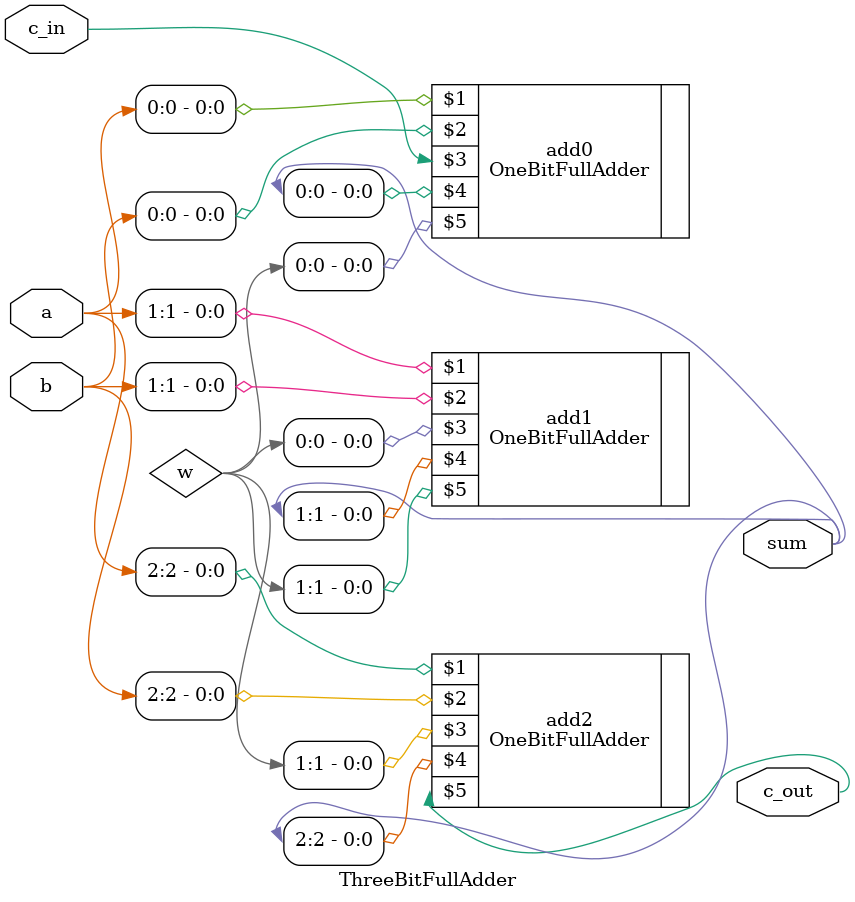
<source format=v>
module ThreeBitFullAdder(
	input [2:0] a,
	input [2:0] b,
	input c_in,
	output [2:0] sum,
	output c_out
);

	wire [1:0] w;

	OneBitFullAdder add0(
		a[0],
		b[0],
		c_in,
		sum[0],
		w[0]
	);
	
	OneBitFullAdder add1(
		a[1],
		b[1],
		w[0],
		sum[1],
		w[1]
	);
	
	OneBitFullAdder add2(
		a[2],
		b[2],
		w[1],
		sum[2],
		c_out
	);
		


endmodule
</source>
